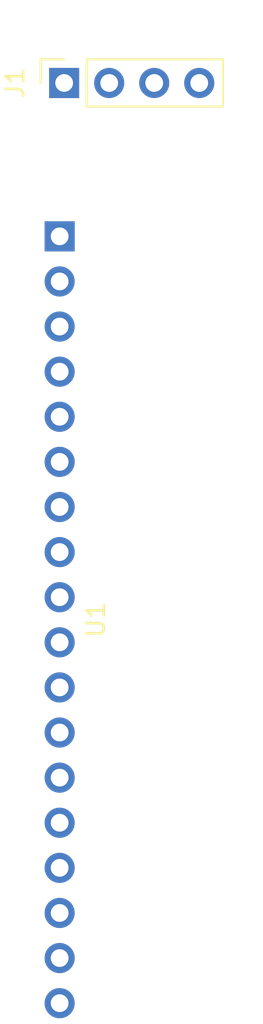
<source format=kicad_pcb>
(kicad_pcb (version 20221018) (generator pcbnew)
  (layers (0 "F.Cu" signal) (31 "B.Cu" signal) (34 "B.Paste" user) (35 "F.Paste" user) (36 "B.SilkS" user "B.Silkscreen") (37 "F.SilkS" user "F.Silkscreen") (38 "B.Mask" user) (39 "F.Mask" user) (44 "Edge.Cuts" user))
  (net 0 "")
  (net 17 "GND")
  (net 18 "+12V")
  (net 19 "+3.3V")
  (net 20 "SCL")
  (net 21 "SDA")
  (footprint "Connector_PinSocket_2.54mm:PinSocket_1x04_P2.54mm_Vertical" (layer "F.Cu") (at 138.43 50.8 90)
    (fp_text reference "J1" (at 0 -2.77 90) (layer "F.SilkS"))
    (fp_text value "Conn_01x04")
    (fp_line (start -1.33 1.27) (end -1.33 8.95) (stroke (width 0.12)) (layer "F.SilkS"))
    (fp_line (start -1.33 1.27) (end 1.33 1.27) (stroke (width 0.12)) (layer "F.SilkS"))
    (fp_line (start -1.33 8.95) (end 1.33 8.95) (stroke (width 0.12)) (layer "F.SilkS"))
    (fp_line (start 0 -1.33) (end 1.33 -1.33) (stroke (width 0.12)) (layer "F.SilkS"))
    (fp_line (start 1.33 -1.33) (end 1.33 0) (stroke (width 0.12)) (layer "F.SilkS"))
    (fp_line (start 1.33 1.27) (end 1.33 8.95) (stroke (width 0.12)) (layer "F.SilkS"))
    (pad "1" thru_hole rect (at 0 0 90) (size 1.7 1.7) (drill 1) (layers "*.Cu" "*.Mask") (net 17 "GND"))
    (pad "2" thru_hole oval (at 0 2.54 90) (size 1.7 1.7) (drill 1) (layers "*.Cu" "*.Mask") (net 19 "+3.3V"))
    (pad "3" thru_hole oval (at 0 5.08 90) (size 1.7 1.7) (drill 1) (layers "*.Cu" "*.Mask") (net 20 "SCL"))
    (pad "4" thru_hole oval (at 0 7.62 90) (size 1.7 1.7) (drill 1) (layers "*.Cu" "*.Mask") (net 21 "SDA"))
  )
  (footprint "Pale Slim Ghost:Chordata Vertical" (layer "F.Cu") (at 138.176 81.026)
    (fp_text reference "U1" (at 2.032 0 90) (layer "F.SilkS"))
    (fp_text value "Chordata")
    (pad "1" thru_hole rect (at 0 -21.59 270) (size 1.7 1.7) (drill 1) (layers "*.Cu" "*.Mask"))
    (pad "2" thru_hole circle (at 0 -19.05 270) (size 1.7 1.7) (drill 1) (layers "*.Cu" "*.Mask"))
    (pad "3" thru_hole circle (at 0 -16.51 270) (size 1.7 1.7) (drill 1) (layers "*.Cu" "*.Mask"))
    (pad "4" thru_hole circle (at 0 -13.97 270) (size 1.7 1.7) (drill 1) (layers "*.Cu" "*.Mask"))
    (pad "5" thru_hole circle (at 0 -11.43 270) (size 1.7 1.7) (drill 1) (layers "*.Cu" "*.Mask"))
    (pad "6" thru_hole circle (at 0 -8.89 270) (size 1.7 1.7) (drill 1) (layers "*.Cu" "*.Mask"))
    (pad "7" thru_hole circle (at 0 -6.35 270) (size 1.7 1.7) (drill 1) (layers "*.Cu" "*.Mask"))
    (pad "8" thru_hole circle (at 0 -3.81 270) (size 1.7 1.7) (drill 1) (layers "*.Cu" "*.Mask"))
    (pad "9" thru_hole circle (at 0 -1.27 270) (size 1.7 1.7) (drill 1) (layers "*.Cu" "*.Mask"))
    (pad "10" thru_hole circle (at 0 1.27 270) (size 1.7 1.7) (drill 1) (layers "*.Cu" "*.Mask"))
    (pad "11" thru_hole circle (at 0 3.81 270) (size 1.7 1.7) (drill 1) (layers "*.Cu" "*.Mask"))
    (pad "12" thru_hole circle (at 0 6.35 270) (size 1.7 1.7) (drill 1) (layers "*.Cu" "*.Mask"))
    (pad "13" thru_hole circle (at 0 8.89 270) (size 1.7 1.7) (drill 1) (layers "*.Cu" "*.Mask"))
    (pad "14" thru_hole circle (at 0 11.43 270) (size 1.7 1.7) (drill 1) (layers "*.Cu" "*.Mask"))
    (pad "15" thru_hole circle (at 0 13.97 270) (size 1.7 1.7) (drill 1) (layers "*.Cu" "*.Mask"))
    (pad "16" thru_hole circle (at 0 16.51 270) (size 1.7 1.7) (drill 1) (layers "*.Cu" "*.Mask"))
    (pad "17" thru_hole circle (at 0 19.05 270) (size 1.7 1.7) (drill 1) (layers "*.Cu" "*.Mask") (net 17 "GND"))
    (pad "18" thru_hole circle (at 0 21.59 270) (size 1.7 1.7) (drill 1) (layers "*.Cu" "*.Mask") (net 18 "+12V"))
  )
)
</source>
